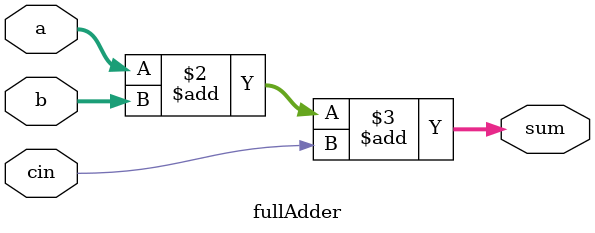
<source format=v>
`timescale 1ns / 1ps


module fullAdder(sum,a,b,cin);
    
    parameter n = 3;
    input [n-1:0]a,b;
    input cin;
    output reg [n:0]sum;
    always@(a,b)
        begin
         sum = a+b+cin;
        end
endmodule

</source>
